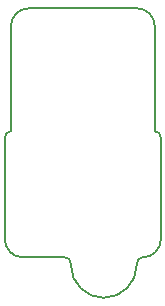
<source format=gbr>
G04 #@! TF.FileFunction,Profile,NP*
%FSLAX46Y46*%
G04 Gerber Fmt 4.6, Leading zero omitted, Abs format (unit mm)*
G04 Created by KiCad (PCBNEW 4.0.2-stable) date Fri Jul  1 19:54:59 2016*
%MOMM*%
G01*
G04 APERTURE LIST*
%ADD10C,0.100000*%
%ADD11C,0.150000*%
G04 APERTURE END LIST*
D10*
D11*
X167894000Y-97790000D02*
G75*
G03X167386000Y-97282000I-508000J0D01*
G01*
X167386000Y-88392000D02*
X167386000Y-88900000D01*
X167386000Y-96901000D02*
X167386000Y-88900000D01*
X167386000Y-96901000D02*
X167386000Y-97282000D01*
X166370000Y-107950000D02*
G75*
G03X165862000Y-108458000I0J-508000D01*
G01*
X167894000Y-106426000D02*
X167894000Y-97790000D01*
X154686000Y-97790000D02*
X154686000Y-106426000D01*
X155194000Y-96901000D02*
X155194000Y-97282000D01*
X155194000Y-97282000D02*
G75*
G03X154686000Y-97790000I0J-508000D01*
G01*
X155194000Y-88392000D02*
X155194000Y-96901000D01*
X165862000Y-86868000D02*
X156718000Y-86868000D01*
X156718000Y-86868000D02*
G75*
G03X155194000Y-88392000I0J-1524000D01*
G01*
X159766000Y-107950000D02*
X156210000Y-107950000D01*
X154686000Y-106426000D02*
G75*
G03X156210000Y-107950000I1524000J0D01*
G01*
X160274000Y-108458000D02*
X160274000Y-108585000D01*
X165862000Y-108458000D02*
X165862000Y-108585000D01*
X160274000Y-108458000D02*
G75*
G03X159766000Y-107950000I-508000J0D01*
G01*
X160274000Y-108585000D02*
G75*
G03X163068000Y-111379000I2794000J0D01*
G01*
X163068000Y-111379000D02*
G75*
G03X165862000Y-108585000I0J2794000D01*
G01*
X167386000Y-88392000D02*
G75*
G03X165862000Y-86868000I-1524000J0D01*
G01*
X166370000Y-107950000D02*
G75*
G03X167894000Y-106426000I0J1524000D01*
G01*
M02*

</source>
